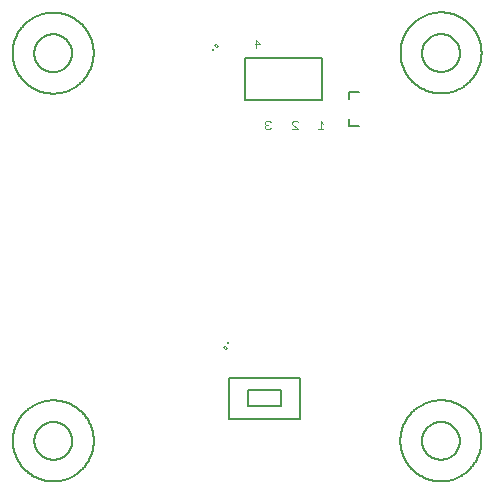
<source format=gbo>
G75*
%MOIN*%
%OFA0B0*%
%FSLAX25Y25*%
%IPPOS*%
%LPD*%
%AMOC8*
5,1,8,0,0,1.08239X$1,22.5*
%
%ADD10C,0.00800*%
%ADD11C,0.00400*%
%ADD12C,0.00600*%
%ADD13C,0.00250*%
%ADD14C,0.00984*%
D10*
X0062526Y0070165D02*
X0062528Y0070323D01*
X0062534Y0070481D01*
X0062544Y0070639D01*
X0062558Y0070797D01*
X0062576Y0070954D01*
X0062597Y0071111D01*
X0062623Y0071267D01*
X0062653Y0071423D01*
X0062686Y0071578D01*
X0062724Y0071731D01*
X0062765Y0071884D01*
X0062810Y0072036D01*
X0062859Y0072187D01*
X0062912Y0072336D01*
X0062968Y0072484D01*
X0063028Y0072630D01*
X0063092Y0072775D01*
X0063160Y0072918D01*
X0063231Y0073060D01*
X0063305Y0073200D01*
X0063383Y0073337D01*
X0063465Y0073473D01*
X0063549Y0073607D01*
X0063638Y0073738D01*
X0063729Y0073867D01*
X0063824Y0073994D01*
X0063921Y0074119D01*
X0064022Y0074241D01*
X0064126Y0074360D01*
X0064233Y0074477D01*
X0064343Y0074591D01*
X0064456Y0074702D01*
X0064571Y0074811D01*
X0064689Y0074916D01*
X0064810Y0075018D01*
X0064933Y0075118D01*
X0065059Y0075214D01*
X0065187Y0075307D01*
X0065317Y0075397D01*
X0065450Y0075483D01*
X0065585Y0075567D01*
X0065721Y0075646D01*
X0065860Y0075723D01*
X0066001Y0075795D01*
X0066143Y0075865D01*
X0066287Y0075930D01*
X0066433Y0075992D01*
X0066580Y0076050D01*
X0066729Y0076105D01*
X0066879Y0076156D01*
X0067030Y0076203D01*
X0067182Y0076246D01*
X0067335Y0076285D01*
X0067490Y0076321D01*
X0067645Y0076352D01*
X0067801Y0076380D01*
X0067957Y0076404D01*
X0068114Y0076424D01*
X0068272Y0076440D01*
X0068429Y0076452D01*
X0068588Y0076460D01*
X0068746Y0076464D01*
X0068904Y0076464D01*
X0069062Y0076460D01*
X0069221Y0076452D01*
X0069378Y0076440D01*
X0069536Y0076424D01*
X0069693Y0076404D01*
X0069849Y0076380D01*
X0070005Y0076352D01*
X0070160Y0076321D01*
X0070315Y0076285D01*
X0070468Y0076246D01*
X0070620Y0076203D01*
X0070771Y0076156D01*
X0070921Y0076105D01*
X0071070Y0076050D01*
X0071217Y0075992D01*
X0071363Y0075930D01*
X0071507Y0075865D01*
X0071649Y0075795D01*
X0071790Y0075723D01*
X0071929Y0075646D01*
X0072065Y0075567D01*
X0072200Y0075483D01*
X0072333Y0075397D01*
X0072463Y0075307D01*
X0072591Y0075214D01*
X0072717Y0075118D01*
X0072840Y0075018D01*
X0072961Y0074916D01*
X0073079Y0074811D01*
X0073194Y0074702D01*
X0073307Y0074591D01*
X0073417Y0074477D01*
X0073524Y0074360D01*
X0073628Y0074241D01*
X0073729Y0074119D01*
X0073826Y0073994D01*
X0073921Y0073867D01*
X0074012Y0073738D01*
X0074101Y0073607D01*
X0074185Y0073473D01*
X0074267Y0073337D01*
X0074345Y0073200D01*
X0074419Y0073060D01*
X0074490Y0072918D01*
X0074558Y0072775D01*
X0074622Y0072630D01*
X0074682Y0072484D01*
X0074738Y0072336D01*
X0074791Y0072187D01*
X0074840Y0072036D01*
X0074885Y0071884D01*
X0074926Y0071731D01*
X0074964Y0071578D01*
X0074997Y0071423D01*
X0075027Y0071267D01*
X0075053Y0071111D01*
X0075074Y0070954D01*
X0075092Y0070797D01*
X0075106Y0070639D01*
X0075116Y0070481D01*
X0075122Y0070323D01*
X0075124Y0070165D01*
X0075122Y0070007D01*
X0075116Y0069849D01*
X0075106Y0069691D01*
X0075092Y0069533D01*
X0075074Y0069376D01*
X0075053Y0069219D01*
X0075027Y0069063D01*
X0074997Y0068907D01*
X0074964Y0068752D01*
X0074926Y0068599D01*
X0074885Y0068446D01*
X0074840Y0068294D01*
X0074791Y0068143D01*
X0074738Y0067994D01*
X0074682Y0067846D01*
X0074622Y0067700D01*
X0074558Y0067555D01*
X0074490Y0067412D01*
X0074419Y0067270D01*
X0074345Y0067130D01*
X0074267Y0066993D01*
X0074185Y0066857D01*
X0074101Y0066723D01*
X0074012Y0066592D01*
X0073921Y0066463D01*
X0073826Y0066336D01*
X0073729Y0066211D01*
X0073628Y0066089D01*
X0073524Y0065970D01*
X0073417Y0065853D01*
X0073307Y0065739D01*
X0073194Y0065628D01*
X0073079Y0065519D01*
X0072961Y0065414D01*
X0072840Y0065312D01*
X0072717Y0065212D01*
X0072591Y0065116D01*
X0072463Y0065023D01*
X0072333Y0064933D01*
X0072200Y0064847D01*
X0072065Y0064763D01*
X0071929Y0064684D01*
X0071790Y0064607D01*
X0071649Y0064535D01*
X0071507Y0064465D01*
X0071363Y0064400D01*
X0071217Y0064338D01*
X0071070Y0064280D01*
X0070921Y0064225D01*
X0070771Y0064174D01*
X0070620Y0064127D01*
X0070468Y0064084D01*
X0070315Y0064045D01*
X0070160Y0064009D01*
X0070005Y0063978D01*
X0069849Y0063950D01*
X0069693Y0063926D01*
X0069536Y0063906D01*
X0069378Y0063890D01*
X0069221Y0063878D01*
X0069062Y0063870D01*
X0068904Y0063866D01*
X0068746Y0063866D01*
X0068588Y0063870D01*
X0068429Y0063878D01*
X0068272Y0063890D01*
X0068114Y0063906D01*
X0067957Y0063926D01*
X0067801Y0063950D01*
X0067645Y0063978D01*
X0067490Y0064009D01*
X0067335Y0064045D01*
X0067182Y0064084D01*
X0067030Y0064127D01*
X0066879Y0064174D01*
X0066729Y0064225D01*
X0066580Y0064280D01*
X0066433Y0064338D01*
X0066287Y0064400D01*
X0066143Y0064465D01*
X0066001Y0064535D01*
X0065860Y0064607D01*
X0065721Y0064684D01*
X0065585Y0064763D01*
X0065450Y0064847D01*
X0065317Y0064933D01*
X0065187Y0065023D01*
X0065059Y0065116D01*
X0064933Y0065212D01*
X0064810Y0065312D01*
X0064689Y0065414D01*
X0064571Y0065519D01*
X0064456Y0065628D01*
X0064343Y0065739D01*
X0064233Y0065853D01*
X0064126Y0065970D01*
X0064022Y0066089D01*
X0063921Y0066211D01*
X0063824Y0066336D01*
X0063729Y0066463D01*
X0063638Y0066592D01*
X0063549Y0066723D01*
X0063465Y0066857D01*
X0063383Y0066993D01*
X0063305Y0067130D01*
X0063231Y0067270D01*
X0063160Y0067412D01*
X0063092Y0067555D01*
X0063028Y0067700D01*
X0062968Y0067846D01*
X0062912Y0067994D01*
X0062859Y0068143D01*
X0062810Y0068294D01*
X0062765Y0068446D01*
X0062724Y0068599D01*
X0062686Y0068752D01*
X0062653Y0068907D01*
X0062623Y0069063D01*
X0062597Y0069219D01*
X0062576Y0069376D01*
X0062558Y0069533D01*
X0062544Y0069691D01*
X0062534Y0069849D01*
X0062528Y0070007D01*
X0062526Y0070165D01*
X0127439Y0077435D02*
X0151061Y0077435D01*
X0151061Y0091215D01*
X0127439Y0091215D01*
X0127439Y0077435D01*
X0133640Y0081628D02*
X0133640Y0087022D01*
X0144860Y0087022D01*
X0144860Y0081628D01*
X0133640Y0081628D01*
X0191701Y0070180D02*
X0191703Y0070338D01*
X0191709Y0070496D01*
X0191719Y0070654D01*
X0191733Y0070812D01*
X0191751Y0070969D01*
X0191772Y0071126D01*
X0191798Y0071282D01*
X0191828Y0071438D01*
X0191861Y0071593D01*
X0191899Y0071746D01*
X0191940Y0071899D01*
X0191985Y0072051D01*
X0192034Y0072202D01*
X0192087Y0072351D01*
X0192143Y0072499D01*
X0192203Y0072645D01*
X0192267Y0072790D01*
X0192335Y0072933D01*
X0192406Y0073075D01*
X0192480Y0073215D01*
X0192558Y0073352D01*
X0192640Y0073488D01*
X0192724Y0073622D01*
X0192813Y0073753D01*
X0192904Y0073882D01*
X0192999Y0074009D01*
X0193096Y0074134D01*
X0193197Y0074256D01*
X0193301Y0074375D01*
X0193408Y0074492D01*
X0193518Y0074606D01*
X0193631Y0074717D01*
X0193746Y0074826D01*
X0193864Y0074931D01*
X0193985Y0075033D01*
X0194108Y0075133D01*
X0194234Y0075229D01*
X0194362Y0075322D01*
X0194492Y0075412D01*
X0194625Y0075498D01*
X0194760Y0075582D01*
X0194896Y0075661D01*
X0195035Y0075738D01*
X0195176Y0075810D01*
X0195318Y0075880D01*
X0195462Y0075945D01*
X0195608Y0076007D01*
X0195755Y0076065D01*
X0195904Y0076120D01*
X0196054Y0076171D01*
X0196205Y0076218D01*
X0196357Y0076261D01*
X0196510Y0076300D01*
X0196665Y0076336D01*
X0196820Y0076367D01*
X0196976Y0076395D01*
X0197132Y0076419D01*
X0197289Y0076439D01*
X0197447Y0076455D01*
X0197604Y0076467D01*
X0197763Y0076475D01*
X0197921Y0076479D01*
X0198079Y0076479D01*
X0198237Y0076475D01*
X0198396Y0076467D01*
X0198553Y0076455D01*
X0198711Y0076439D01*
X0198868Y0076419D01*
X0199024Y0076395D01*
X0199180Y0076367D01*
X0199335Y0076336D01*
X0199490Y0076300D01*
X0199643Y0076261D01*
X0199795Y0076218D01*
X0199946Y0076171D01*
X0200096Y0076120D01*
X0200245Y0076065D01*
X0200392Y0076007D01*
X0200538Y0075945D01*
X0200682Y0075880D01*
X0200824Y0075810D01*
X0200965Y0075738D01*
X0201104Y0075661D01*
X0201240Y0075582D01*
X0201375Y0075498D01*
X0201508Y0075412D01*
X0201638Y0075322D01*
X0201766Y0075229D01*
X0201892Y0075133D01*
X0202015Y0075033D01*
X0202136Y0074931D01*
X0202254Y0074826D01*
X0202369Y0074717D01*
X0202482Y0074606D01*
X0202592Y0074492D01*
X0202699Y0074375D01*
X0202803Y0074256D01*
X0202904Y0074134D01*
X0203001Y0074009D01*
X0203096Y0073882D01*
X0203187Y0073753D01*
X0203276Y0073622D01*
X0203360Y0073488D01*
X0203442Y0073352D01*
X0203520Y0073215D01*
X0203594Y0073075D01*
X0203665Y0072933D01*
X0203733Y0072790D01*
X0203797Y0072645D01*
X0203857Y0072499D01*
X0203913Y0072351D01*
X0203966Y0072202D01*
X0204015Y0072051D01*
X0204060Y0071899D01*
X0204101Y0071746D01*
X0204139Y0071593D01*
X0204172Y0071438D01*
X0204202Y0071282D01*
X0204228Y0071126D01*
X0204249Y0070969D01*
X0204267Y0070812D01*
X0204281Y0070654D01*
X0204291Y0070496D01*
X0204297Y0070338D01*
X0204299Y0070180D01*
X0204297Y0070022D01*
X0204291Y0069864D01*
X0204281Y0069706D01*
X0204267Y0069548D01*
X0204249Y0069391D01*
X0204228Y0069234D01*
X0204202Y0069078D01*
X0204172Y0068922D01*
X0204139Y0068767D01*
X0204101Y0068614D01*
X0204060Y0068461D01*
X0204015Y0068309D01*
X0203966Y0068158D01*
X0203913Y0068009D01*
X0203857Y0067861D01*
X0203797Y0067715D01*
X0203733Y0067570D01*
X0203665Y0067427D01*
X0203594Y0067285D01*
X0203520Y0067145D01*
X0203442Y0067008D01*
X0203360Y0066872D01*
X0203276Y0066738D01*
X0203187Y0066607D01*
X0203096Y0066478D01*
X0203001Y0066351D01*
X0202904Y0066226D01*
X0202803Y0066104D01*
X0202699Y0065985D01*
X0202592Y0065868D01*
X0202482Y0065754D01*
X0202369Y0065643D01*
X0202254Y0065534D01*
X0202136Y0065429D01*
X0202015Y0065327D01*
X0201892Y0065227D01*
X0201766Y0065131D01*
X0201638Y0065038D01*
X0201508Y0064948D01*
X0201375Y0064862D01*
X0201240Y0064778D01*
X0201104Y0064699D01*
X0200965Y0064622D01*
X0200824Y0064550D01*
X0200682Y0064480D01*
X0200538Y0064415D01*
X0200392Y0064353D01*
X0200245Y0064295D01*
X0200096Y0064240D01*
X0199946Y0064189D01*
X0199795Y0064142D01*
X0199643Y0064099D01*
X0199490Y0064060D01*
X0199335Y0064024D01*
X0199180Y0063993D01*
X0199024Y0063965D01*
X0198868Y0063941D01*
X0198711Y0063921D01*
X0198553Y0063905D01*
X0198396Y0063893D01*
X0198237Y0063885D01*
X0198079Y0063881D01*
X0197921Y0063881D01*
X0197763Y0063885D01*
X0197604Y0063893D01*
X0197447Y0063905D01*
X0197289Y0063921D01*
X0197132Y0063941D01*
X0196976Y0063965D01*
X0196820Y0063993D01*
X0196665Y0064024D01*
X0196510Y0064060D01*
X0196357Y0064099D01*
X0196205Y0064142D01*
X0196054Y0064189D01*
X0195904Y0064240D01*
X0195755Y0064295D01*
X0195608Y0064353D01*
X0195462Y0064415D01*
X0195318Y0064480D01*
X0195176Y0064550D01*
X0195035Y0064622D01*
X0194896Y0064699D01*
X0194760Y0064778D01*
X0194625Y0064862D01*
X0194492Y0064948D01*
X0194362Y0065038D01*
X0194234Y0065131D01*
X0194108Y0065227D01*
X0193985Y0065327D01*
X0193864Y0065429D01*
X0193746Y0065534D01*
X0193631Y0065643D01*
X0193518Y0065754D01*
X0193408Y0065868D01*
X0193301Y0065985D01*
X0193197Y0066104D01*
X0193096Y0066226D01*
X0192999Y0066351D01*
X0192904Y0066478D01*
X0192813Y0066607D01*
X0192724Y0066738D01*
X0192640Y0066872D01*
X0192558Y0067008D01*
X0192480Y0067145D01*
X0192406Y0067285D01*
X0192335Y0067427D01*
X0192267Y0067570D01*
X0192203Y0067715D01*
X0192143Y0067861D01*
X0192087Y0068009D01*
X0192034Y0068158D01*
X0191985Y0068309D01*
X0191940Y0068461D01*
X0191899Y0068614D01*
X0191861Y0068767D01*
X0191828Y0068922D01*
X0191798Y0069078D01*
X0191772Y0069234D01*
X0191751Y0069391D01*
X0191733Y0069548D01*
X0191719Y0069706D01*
X0191709Y0069864D01*
X0191703Y0070022D01*
X0191701Y0070180D01*
X0158400Y0183825D02*
X0132600Y0183825D01*
X0132600Y0197825D01*
X0158400Y0197825D01*
X0158400Y0183825D01*
X0191766Y0199480D02*
X0191768Y0199638D01*
X0191774Y0199796D01*
X0191784Y0199954D01*
X0191798Y0200112D01*
X0191816Y0200269D01*
X0191837Y0200426D01*
X0191863Y0200582D01*
X0191893Y0200738D01*
X0191926Y0200893D01*
X0191964Y0201046D01*
X0192005Y0201199D01*
X0192050Y0201351D01*
X0192099Y0201502D01*
X0192152Y0201651D01*
X0192208Y0201799D01*
X0192268Y0201945D01*
X0192332Y0202090D01*
X0192400Y0202233D01*
X0192471Y0202375D01*
X0192545Y0202515D01*
X0192623Y0202652D01*
X0192705Y0202788D01*
X0192789Y0202922D01*
X0192878Y0203053D01*
X0192969Y0203182D01*
X0193064Y0203309D01*
X0193161Y0203434D01*
X0193262Y0203556D01*
X0193366Y0203675D01*
X0193473Y0203792D01*
X0193583Y0203906D01*
X0193696Y0204017D01*
X0193811Y0204126D01*
X0193929Y0204231D01*
X0194050Y0204333D01*
X0194173Y0204433D01*
X0194299Y0204529D01*
X0194427Y0204622D01*
X0194557Y0204712D01*
X0194690Y0204798D01*
X0194825Y0204882D01*
X0194961Y0204961D01*
X0195100Y0205038D01*
X0195241Y0205110D01*
X0195383Y0205180D01*
X0195527Y0205245D01*
X0195673Y0205307D01*
X0195820Y0205365D01*
X0195969Y0205420D01*
X0196119Y0205471D01*
X0196270Y0205518D01*
X0196422Y0205561D01*
X0196575Y0205600D01*
X0196730Y0205636D01*
X0196885Y0205667D01*
X0197041Y0205695D01*
X0197197Y0205719D01*
X0197354Y0205739D01*
X0197512Y0205755D01*
X0197669Y0205767D01*
X0197828Y0205775D01*
X0197986Y0205779D01*
X0198144Y0205779D01*
X0198302Y0205775D01*
X0198461Y0205767D01*
X0198618Y0205755D01*
X0198776Y0205739D01*
X0198933Y0205719D01*
X0199089Y0205695D01*
X0199245Y0205667D01*
X0199400Y0205636D01*
X0199555Y0205600D01*
X0199708Y0205561D01*
X0199860Y0205518D01*
X0200011Y0205471D01*
X0200161Y0205420D01*
X0200310Y0205365D01*
X0200457Y0205307D01*
X0200603Y0205245D01*
X0200747Y0205180D01*
X0200889Y0205110D01*
X0201030Y0205038D01*
X0201169Y0204961D01*
X0201305Y0204882D01*
X0201440Y0204798D01*
X0201573Y0204712D01*
X0201703Y0204622D01*
X0201831Y0204529D01*
X0201957Y0204433D01*
X0202080Y0204333D01*
X0202201Y0204231D01*
X0202319Y0204126D01*
X0202434Y0204017D01*
X0202547Y0203906D01*
X0202657Y0203792D01*
X0202764Y0203675D01*
X0202868Y0203556D01*
X0202969Y0203434D01*
X0203066Y0203309D01*
X0203161Y0203182D01*
X0203252Y0203053D01*
X0203341Y0202922D01*
X0203425Y0202788D01*
X0203507Y0202652D01*
X0203585Y0202515D01*
X0203659Y0202375D01*
X0203730Y0202233D01*
X0203798Y0202090D01*
X0203862Y0201945D01*
X0203922Y0201799D01*
X0203978Y0201651D01*
X0204031Y0201502D01*
X0204080Y0201351D01*
X0204125Y0201199D01*
X0204166Y0201046D01*
X0204204Y0200893D01*
X0204237Y0200738D01*
X0204267Y0200582D01*
X0204293Y0200426D01*
X0204314Y0200269D01*
X0204332Y0200112D01*
X0204346Y0199954D01*
X0204356Y0199796D01*
X0204362Y0199638D01*
X0204364Y0199480D01*
X0204362Y0199322D01*
X0204356Y0199164D01*
X0204346Y0199006D01*
X0204332Y0198848D01*
X0204314Y0198691D01*
X0204293Y0198534D01*
X0204267Y0198378D01*
X0204237Y0198222D01*
X0204204Y0198067D01*
X0204166Y0197914D01*
X0204125Y0197761D01*
X0204080Y0197609D01*
X0204031Y0197458D01*
X0203978Y0197309D01*
X0203922Y0197161D01*
X0203862Y0197015D01*
X0203798Y0196870D01*
X0203730Y0196727D01*
X0203659Y0196585D01*
X0203585Y0196445D01*
X0203507Y0196308D01*
X0203425Y0196172D01*
X0203341Y0196038D01*
X0203252Y0195907D01*
X0203161Y0195778D01*
X0203066Y0195651D01*
X0202969Y0195526D01*
X0202868Y0195404D01*
X0202764Y0195285D01*
X0202657Y0195168D01*
X0202547Y0195054D01*
X0202434Y0194943D01*
X0202319Y0194834D01*
X0202201Y0194729D01*
X0202080Y0194627D01*
X0201957Y0194527D01*
X0201831Y0194431D01*
X0201703Y0194338D01*
X0201573Y0194248D01*
X0201440Y0194162D01*
X0201305Y0194078D01*
X0201169Y0193999D01*
X0201030Y0193922D01*
X0200889Y0193850D01*
X0200747Y0193780D01*
X0200603Y0193715D01*
X0200457Y0193653D01*
X0200310Y0193595D01*
X0200161Y0193540D01*
X0200011Y0193489D01*
X0199860Y0193442D01*
X0199708Y0193399D01*
X0199555Y0193360D01*
X0199400Y0193324D01*
X0199245Y0193293D01*
X0199089Y0193265D01*
X0198933Y0193241D01*
X0198776Y0193221D01*
X0198618Y0193205D01*
X0198461Y0193193D01*
X0198302Y0193185D01*
X0198144Y0193181D01*
X0197986Y0193181D01*
X0197828Y0193185D01*
X0197669Y0193193D01*
X0197512Y0193205D01*
X0197354Y0193221D01*
X0197197Y0193241D01*
X0197041Y0193265D01*
X0196885Y0193293D01*
X0196730Y0193324D01*
X0196575Y0193360D01*
X0196422Y0193399D01*
X0196270Y0193442D01*
X0196119Y0193489D01*
X0195969Y0193540D01*
X0195820Y0193595D01*
X0195673Y0193653D01*
X0195527Y0193715D01*
X0195383Y0193780D01*
X0195241Y0193850D01*
X0195100Y0193922D01*
X0194961Y0193999D01*
X0194825Y0194078D01*
X0194690Y0194162D01*
X0194557Y0194248D01*
X0194427Y0194338D01*
X0194299Y0194431D01*
X0194173Y0194527D01*
X0194050Y0194627D01*
X0193929Y0194729D01*
X0193811Y0194834D01*
X0193696Y0194943D01*
X0193583Y0195054D01*
X0193473Y0195168D01*
X0193366Y0195285D01*
X0193262Y0195404D01*
X0193161Y0195526D01*
X0193064Y0195651D01*
X0192969Y0195778D01*
X0192878Y0195907D01*
X0192789Y0196038D01*
X0192705Y0196172D01*
X0192623Y0196308D01*
X0192545Y0196445D01*
X0192471Y0196585D01*
X0192400Y0196727D01*
X0192332Y0196870D01*
X0192268Y0197015D01*
X0192208Y0197161D01*
X0192152Y0197309D01*
X0192099Y0197458D01*
X0192050Y0197609D01*
X0192005Y0197761D01*
X0191964Y0197914D01*
X0191926Y0198067D01*
X0191893Y0198222D01*
X0191863Y0198378D01*
X0191837Y0198534D01*
X0191816Y0198691D01*
X0191798Y0198848D01*
X0191784Y0199006D01*
X0191774Y0199164D01*
X0191768Y0199322D01*
X0191766Y0199480D01*
X0062486Y0199410D02*
X0062488Y0199568D01*
X0062494Y0199726D01*
X0062504Y0199884D01*
X0062518Y0200042D01*
X0062536Y0200199D01*
X0062557Y0200356D01*
X0062583Y0200512D01*
X0062613Y0200668D01*
X0062646Y0200823D01*
X0062684Y0200976D01*
X0062725Y0201129D01*
X0062770Y0201281D01*
X0062819Y0201432D01*
X0062872Y0201581D01*
X0062928Y0201729D01*
X0062988Y0201875D01*
X0063052Y0202020D01*
X0063120Y0202163D01*
X0063191Y0202305D01*
X0063265Y0202445D01*
X0063343Y0202582D01*
X0063425Y0202718D01*
X0063509Y0202852D01*
X0063598Y0202983D01*
X0063689Y0203112D01*
X0063784Y0203239D01*
X0063881Y0203364D01*
X0063982Y0203486D01*
X0064086Y0203605D01*
X0064193Y0203722D01*
X0064303Y0203836D01*
X0064416Y0203947D01*
X0064531Y0204056D01*
X0064649Y0204161D01*
X0064770Y0204263D01*
X0064893Y0204363D01*
X0065019Y0204459D01*
X0065147Y0204552D01*
X0065277Y0204642D01*
X0065410Y0204728D01*
X0065545Y0204812D01*
X0065681Y0204891D01*
X0065820Y0204968D01*
X0065961Y0205040D01*
X0066103Y0205110D01*
X0066247Y0205175D01*
X0066393Y0205237D01*
X0066540Y0205295D01*
X0066689Y0205350D01*
X0066839Y0205401D01*
X0066990Y0205448D01*
X0067142Y0205491D01*
X0067295Y0205530D01*
X0067450Y0205566D01*
X0067605Y0205597D01*
X0067761Y0205625D01*
X0067917Y0205649D01*
X0068074Y0205669D01*
X0068232Y0205685D01*
X0068389Y0205697D01*
X0068548Y0205705D01*
X0068706Y0205709D01*
X0068864Y0205709D01*
X0069022Y0205705D01*
X0069181Y0205697D01*
X0069338Y0205685D01*
X0069496Y0205669D01*
X0069653Y0205649D01*
X0069809Y0205625D01*
X0069965Y0205597D01*
X0070120Y0205566D01*
X0070275Y0205530D01*
X0070428Y0205491D01*
X0070580Y0205448D01*
X0070731Y0205401D01*
X0070881Y0205350D01*
X0071030Y0205295D01*
X0071177Y0205237D01*
X0071323Y0205175D01*
X0071467Y0205110D01*
X0071609Y0205040D01*
X0071750Y0204968D01*
X0071889Y0204891D01*
X0072025Y0204812D01*
X0072160Y0204728D01*
X0072293Y0204642D01*
X0072423Y0204552D01*
X0072551Y0204459D01*
X0072677Y0204363D01*
X0072800Y0204263D01*
X0072921Y0204161D01*
X0073039Y0204056D01*
X0073154Y0203947D01*
X0073267Y0203836D01*
X0073377Y0203722D01*
X0073484Y0203605D01*
X0073588Y0203486D01*
X0073689Y0203364D01*
X0073786Y0203239D01*
X0073881Y0203112D01*
X0073972Y0202983D01*
X0074061Y0202852D01*
X0074145Y0202718D01*
X0074227Y0202582D01*
X0074305Y0202445D01*
X0074379Y0202305D01*
X0074450Y0202163D01*
X0074518Y0202020D01*
X0074582Y0201875D01*
X0074642Y0201729D01*
X0074698Y0201581D01*
X0074751Y0201432D01*
X0074800Y0201281D01*
X0074845Y0201129D01*
X0074886Y0200976D01*
X0074924Y0200823D01*
X0074957Y0200668D01*
X0074987Y0200512D01*
X0075013Y0200356D01*
X0075034Y0200199D01*
X0075052Y0200042D01*
X0075066Y0199884D01*
X0075076Y0199726D01*
X0075082Y0199568D01*
X0075084Y0199410D01*
X0075082Y0199252D01*
X0075076Y0199094D01*
X0075066Y0198936D01*
X0075052Y0198778D01*
X0075034Y0198621D01*
X0075013Y0198464D01*
X0074987Y0198308D01*
X0074957Y0198152D01*
X0074924Y0197997D01*
X0074886Y0197844D01*
X0074845Y0197691D01*
X0074800Y0197539D01*
X0074751Y0197388D01*
X0074698Y0197239D01*
X0074642Y0197091D01*
X0074582Y0196945D01*
X0074518Y0196800D01*
X0074450Y0196657D01*
X0074379Y0196515D01*
X0074305Y0196375D01*
X0074227Y0196238D01*
X0074145Y0196102D01*
X0074061Y0195968D01*
X0073972Y0195837D01*
X0073881Y0195708D01*
X0073786Y0195581D01*
X0073689Y0195456D01*
X0073588Y0195334D01*
X0073484Y0195215D01*
X0073377Y0195098D01*
X0073267Y0194984D01*
X0073154Y0194873D01*
X0073039Y0194764D01*
X0072921Y0194659D01*
X0072800Y0194557D01*
X0072677Y0194457D01*
X0072551Y0194361D01*
X0072423Y0194268D01*
X0072293Y0194178D01*
X0072160Y0194092D01*
X0072025Y0194008D01*
X0071889Y0193929D01*
X0071750Y0193852D01*
X0071609Y0193780D01*
X0071467Y0193710D01*
X0071323Y0193645D01*
X0071177Y0193583D01*
X0071030Y0193525D01*
X0070881Y0193470D01*
X0070731Y0193419D01*
X0070580Y0193372D01*
X0070428Y0193329D01*
X0070275Y0193290D01*
X0070120Y0193254D01*
X0069965Y0193223D01*
X0069809Y0193195D01*
X0069653Y0193171D01*
X0069496Y0193151D01*
X0069338Y0193135D01*
X0069181Y0193123D01*
X0069022Y0193115D01*
X0068864Y0193111D01*
X0068706Y0193111D01*
X0068548Y0193115D01*
X0068389Y0193123D01*
X0068232Y0193135D01*
X0068074Y0193151D01*
X0067917Y0193171D01*
X0067761Y0193195D01*
X0067605Y0193223D01*
X0067450Y0193254D01*
X0067295Y0193290D01*
X0067142Y0193329D01*
X0066990Y0193372D01*
X0066839Y0193419D01*
X0066689Y0193470D01*
X0066540Y0193525D01*
X0066393Y0193583D01*
X0066247Y0193645D01*
X0066103Y0193710D01*
X0065961Y0193780D01*
X0065820Y0193852D01*
X0065681Y0193929D01*
X0065545Y0194008D01*
X0065410Y0194092D01*
X0065277Y0194178D01*
X0065147Y0194268D01*
X0065019Y0194361D01*
X0064893Y0194457D01*
X0064770Y0194557D01*
X0064649Y0194659D01*
X0064531Y0194764D01*
X0064416Y0194873D01*
X0064303Y0194984D01*
X0064193Y0195098D01*
X0064086Y0195215D01*
X0063982Y0195334D01*
X0063881Y0195456D01*
X0063784Y0195581D01*
X0063689Y0195708D01*
X0063598Y0195837D01*
X0063509Y0195968D01*
X0063425Y0196102D01*
X0063343Y0196238D01*
X0063265Y0196375D01*
X0063191Y0196515D01*
X0063120Y0196657D01*
X0063052Y0196800D01*
X0062988Y0196945D01*
X0062928Y0197091D01*
X0062872Y0197239D01*
X0062819Y0197388D01*
X0062770Y0197539D01*
X0062725Y0197691D01*
X0062684Y0197844D01*
X0062646Y0197997D01*
X0062613Y0198152D01*
X0062583Y0198308D01*
X0062557Y0198464D01*
X0062536Y0198621D01*
X0062518Y0198778D01*
X0062504Y0198936D01*
X0062494Y0199094D01*
X0062488Y0199252D01*
X0062486Y0199410D01*
D11*
X0135932Y0202426D02*
X0137800Y0202426D01*
X0136399Y0203827D01*
X0136399Y0201025D01*
X0139880Y0176827D02*
X0139413Y0176360D01*
X0139413Y0175893D01*
X0139880Y0175426D01*
X0139413Y0174959D01*
X0139413Y0174492D01*
X0139880Y0174025D01*
X0140814Y0174025D01*
X0141281Y0174492D01*
X0140347Y0175426D02*
X0139880Y0175426D01*
X0139880Y0176827D02*
X0140814Y0176827D01*
X0141281Y0176360D01*
X0148513Y0176323D02*
X0148980Y0176790D01*
X0149914Y0176790D01*
X0150381Y0176323D01*
X0148513Y0176323D02*
X0148513Y0175856D01*
X0150381Y0173988D01*
X0148513Y0173988D01*
X0157025Y0174025D02*
X0158893Y0174025D01*
X0157959Y0174025D02*
X0157959Y0176827D01*
X0158893Y0175893D01*
D12*
X0167400Y0175225D02*
X0167400Y0177425D01*
X0167400Y0175225D02*
X0170600Y0175225D01*
X0167400Y0184225D02*
X0167400Y0186425D01*
X0170600Y0186425D01*
X0184565Y0199480D02*
X0184569Y0199811D01*
X0184581Y0200142D01*
X0184602Y0200473D01*
X0184630Y0200803D01*
X0184667Y0201133D01*
X0184711Y0201461D01*
X0184764Y0201788D01*
X0184824Y0202114D01*
X0184893Y0202438D01*
X0184970Y0202760D01*
X0185054Y0203081D01*
X0185146Y0203399D01*
X0185246Y0203715D01*
X0185354Y0204028D01*
X0185470Y0204339D01*
X0185593Y0204646D01*
X0185723Y0204951D01*
X0185861Y0205252D01*
X0186006Y0205550D01*
X0186159Y0205844D01*
X0186319Y0206134D01*
X0186486Y0206420D01*
X0186659Y0206702D01*
X0186840Y0206980D01*
X0187028Y0207253D01*
X0187222Y0207522D01*
X0187422Y0207786D01*
X0187629Y0208044D01*
X0187843Y0208298D01*
X0188062Y0208546D01*
X0188288Y0208789D01*
X0188519Y0209026D01*
X0188756Y0209257D01*
X0188999Y0209483D01*
X0189247Y0209702D01*
X0189501Y0209916D01*
X0189759Y0210123D01*
X0190023Y0210323D01*
X0190292Y0210517D01*
X0190565Y0210705D01*
X0190843Y0210886D01*
X0191125Y0211059D01*
X0191411Y0211226D01*
X0191701Y0211386D01*
X0191995Y0211539D01*
X0192293Y0211684D01*
X0192594Y0211822D01*
X0192899Y0211952D01*
X0193206Y0212075D01*
X0193517Y0212191D01*
X0193830Y0212299D01*
X0194146Y0212399D01*
X0194464Y0212491D01*
X0194785Y0212575D01*
X0195107Y0212652D01*
X0195431Y0212721D01*
X0195757Y0212781D01*
X0196084Y0212834D01*
X0196412Y0212878D01*
X0196742Y0212915D01*
X0197072Y0212943D01*
X0197403Y0212964D01*
X0197734Y0212976D01*
X0198065Y0212980D01*
X0198396Y0212976D01*
X0198727Y0212964D01*
X0199058Y0212943D01*
X0199388Y0212915D01*
X0199718Y0212878D01*
X0200046Y0212834D01*
X0200373Y0212781D01*
X0200699Y0212721D01*
X0201023Y0212652D01*
X0201345Y0212575D01*
X0201666Y0212491D01*
X0201984Y0212399D01*
X0202300Y0212299D01*
X0202613Y0212191D01*
X0202924Y0212075D01*
X0203231Y0211952D01*
X0203536Y0211822D01*
X0203837Y0211684D01*
X0204135Y0211539D01*
X0204429Y0211386D01*
X0204719Y0211226D01*
X0205005Y0211059D01*
X0205287Y0210886D01*
X0205565Y0210705D01*
X0205838Y0210517D01*
X0206107Y0210323D01*
X0206371Y0210123D01*
X0206629Y0209916D01*
X0206883Y0209702D01*
X0207131Y0209483D01*
X0207374Y0209257D01*
X0207611Y0209026D01*
X0207842Y0208789D01*
X0208068Y0208546D01*
X0208287Y0208298D01*
X0208501Y0208044D01*
X0208708Y0207786D01*
X0208908Y0207522D01*
X0209102Y0207253D01*
X0209290Y0206980D01*
X0209471Y0206702D01*
X0209644Y0206420D01*
X0209811Y0206134D01*
X0209971Y0205844D01*
X0210124Y0205550D01*
X0210269Y0205252D01*
X0210407Y0204951D01*
X0210537Y0204646D01*
X0210660Y0204339D01*
X0210776Y0204028D01*
X0210884Y0203715D01*
X0210984Y0203399D01*
X0211076Y0203081D01*
X0211160Y0202760D01*
X0211237Y0202438D01*
X0211306Y0202114D01*
X0211366Y0201788D01*
X0211419Y0201461D01*
X0211463Y0201133D01*
X0211500Y0200803D01*
X0211528Y0200473D01*
X0211549Y0200142D01*
X0211561Y0199811D01*
X0211565Y0199480D01*
X0211561Y0199149D01*
X0211549Y0198818D01*
X0211528Y0198487D01*
X0211500Y0198157D01*
X0211463Y0197827D01*
X0211419Y0197499D01*
X0211366Y0197172D01*
X0211306Y0196846D01*
X0211237Y0196522D01*
X0211160Y0196200D01*
X0211076Y0195879D01*
X0210984Y0195561D01*
X0210884Y0195245D01*
X0210776Y0194932D01*
X0210660Y0194621D01*
X0210537Y0194314D01*
X0210407Y0194009D01*
X0210269Y0193708D01*
X0210124Y0193410D01*
X0209971Y0193116D01*
X0209811Y0192826D01*
X0209644Y0192540D01*
X0209471Y0192258D01*
X0209290Y0191980D01*
X0209102Y0191707D01*
X0208908Y0191438D01*
X0208708Y0191174D01*
X0208501Y0190916D01*
X0208287Y0190662D01*
X0208068Y0190414D01*
X0207842Y0190171D01*
X0207611Y0189934D01*
X0207374Y0189703D01*
X0207131Y0189477D01*
X0206883Y0189258D01*
X0206629Y0189044D01*
X0206371Y0188837D01*
X0206107Y0188637D01*
X0205838Y0188443D01*
X0205565Y0188255D01*
X0205287Y0188074D01*
X0205005Y0187901D01*
X0204719Y0187734D01*
X0204429Y0187574D01*
X0204135Y0187421D01*
X0203837Y0187276D01*
X0203536Y0187138D01*
X0203231Y0187008D01*
X0202924Y0186885D01*
X0202613Y0186769D01*
X0202300Y0186661D01*
X0201984Y0186561D01*
X0201666Y0186469D01*
X0201345Y0186385D01*
X0201023Y0186308D01*
X0200699Y0186239D01*
X0200373Y0186179D01*
X0200046Y0186126D01*
X0199718Y0186082D01*
X0199388Y0186045D01*
X0199058Y0186017D01*
X0198727Y0185996D01*
X0198396Y0185984D01*
X0198065Y0185980D01*
X0197734Y0185984D01*
X0197403Y0185996D01*
X0197072Y0186017D01*
X0196742Y0186045D01*
X0196412Y0186082D01*
X0196084Y0186126D01*
X0195757Y0186179D01*
X0195431Y0186239D01*
X0195107Y0186308D01*
X0194785Y0186385D01*
X0194464Y0186469D01*
X0194146Y0186561D01*
X0193830Y0186661D01*
X0193517Y0186769D01*
X0193206Y0186885D01*
X0192899Y0187008D01*
X0192594Y0187138D01*
X0192293Y0187276D01*
X0191995Y0187421D01*
X0191701Y0187574D01*
X0191411Y0187734D01*
X0191125Y0187901D01*
X0190843Y0188074D01*
X0190565Y0188255D01*
X0190292Y0188443D01*
X0190023Y0188637D01*
X0189759Y0188837D01*
X0189501Y0189044D01*
X0189247Y0189258D01*
X0188999Y0189477D01*
X0188756Y0189703D01*
X0188519Y0189934D01*
X0188288Y0190171D01*
X0188062Y0190414D01*
X0187843Y0190662D01*
X0187629Y0190916D01*
X0187422Y0191174D01*
X0187222Y0191438D01*
X0187028Y0191707D01*
X0186840Y0191980D01*
X0186659Y0192258D01*
X0186486Y0192540D01*
X0186319Y0192826D01*
X0186159Y0193116D01*
X0186006Y0193410D01*
X0185861Y0193708D01*
X0185723Y0194009D01*
X0185593Y0194314D01*
X0185470Y0194621D01*
X0185354Y0194932D01*
X0185246Y0195245D01*
X0185146Y0195561D01*
X0185054Y0195879D01*
X0184970Y0196200D01*
X0184893Y0196522D01*
X0184824Y0196846D01*
X0184764Y0197172D01*
X0184711Y0197499D01*
X0184667Y0197827D01*
X0184630Y0198157D01*
X0184602Y0198487D01*
X0184581Y0198818D01*
X0184569Y0199149D01*
X0184565Y0199480D01*
X0055285Y0199410D02*
X0055289Y0199741D01*
X0055301Y0200072D01*
X0055322Y0200403D01*
X0055350Y0200733D01*
X0055387Y0201063D01*
X0055431Y0201391D01*
X0055484Y0201718D01*
X0055544Y0202044D01*
X0055613Y0202368D01*
X0055690Y0202690D01*
X0055774Y0203011D01*
X0055866Y0203329D01*
X0055966Y0203645D01*
X0056074Y0203958D01*
X0056190Y0204269D01*
X0056313Y0204576D01*
X0056443Y0204881D01*
X0056581Y0205182D01*
X0056726Y0205480D01*
X0056879Y0205774D01*
X0057039Y0206064D01*
X0057206Y0206350D01*
X0057379Y0206632D01*
X0057560Y0206910D01*
X0057748Y0207183D01*
X0057942Y0207452D01*
X0058142Y0207716D01*
X0058349Y0207974D01*
X0058563Y0208228D01*
X0058782Y0208476D01*
X0059008Y0208719D01*
X0059239Y0208956D01*
X0059476Y0209187D01*
X0059719Y0209413D01*
X0059967Y0209632D01*
X0060221Y0209846D01*
X0060479Y0210053D01*
X0060743Y0210253D01*
X0061012Y0210447D01*
X0061285Y0210635D01*
X0061563Y0210816D01*
X0061845Y0210989D01*
X0062131Y0211156D01*
X0062421Y0211316D01*
X0062715Y0211469D01*
X0063013Y0211614D01*
X0063314Y0211752D01*
X0063619Y0211882D01*
X0063926Y0212005D01*
X0064237Y0212121D01*
X0064550Y0212229D01*
X0064866Y0212329D01*
X0065184Y0212421D01*
X0065505Y0212505D01*
X0065827Y0212582D01*
X0066151Y0212651D01*
X0066477Y0212711D01*
X0066804Y0212764D01*
X0067132Y0212808D01*
X0067462Y0212845D01*
X0067792Y0212873D01*
X0068123Y0212894D01*
X0068454Y0212906D01*
X0068785Y0212910D01*
X0069116Y0212906D01*
X0069447Y0212894D01*
X0069778Y0212873D01*
X0070108Y0212845D01*
X0070438Y0212808D01*
X0070766Y0212764D01*
X0071093Y0212711D01*
X0071419Y0212651D01*
X0071743Y0212582D01*
X0072065Y0212505D01*
X0072386Y0212421D01*
X0072704Y0212329D01*
X0073020Y0212229D01*
X0073333Y0212121D01*
X0073644Y0212005D01*
X0073951Y0211882D01*
X0074256Y0211752D01*
X0074557Y0211614D01*
X0074855Y0211469D01*
X0075149Y0211316D01*
X0075439Y0211156D01*
X0075725Y0210989D01*
X0076007Y0210816D01*
X0076285Y0210635D01*
X0076558Y0210447D01*
X0076827Y0210253D01*
X0077091Y0210053D01*
X0077349Y0209846D01*
X0077603Y0209632D01*
X0077851Y0209413D01*
X0078094Y0209187D01*
X0078331Y0208956D01*
X0078562Y0208719D01*
X0078788Y0208476D01*
X0079007Y0208228D01*
X0079221Y0207974D01*
X0079428Y0207716D01*
X0079628Y0207452D01*
X0079822Y0207183D01*
X0080010Y0206910D01*
X0080191Y0206632D01*
X0080364Y0206350D01*
X0080531Y0206064D01*
X0080691Y0205774D01*
X0080844Y0205480D01*
X0080989Y0205182D01*
X0081127Y0204881D01*
X0081257Y0204576D01*
X0081380Y0204269D01*
X0081496Y0203958D01*
X0081604Y0203645D01*
X0081704Y0203329D01*
X0081796Y0203011D01*
X0081880Y0202690D01*
X0081957Y0202368D01*
X0082026Y0202044D01*
X0082086Y0201718D01*
X0082139Y0201391D01*
X0082183Y0201063D01*
X0082220Y0200733D01*
X0082248Y0200403D01*
X0082269Y0200072D01*
X0082281Y0199741D01*
X0082285Y0199410D01*
X0082281Y0199079D01*
X0082269Y0198748D01*
X0082248Y0198417D01*
X0082220Y0198087D01*
X0082183Y0197757D01*
X0082139Y0197429D01*
X0082086Y0197102D01*
X0082026Y0196776D01*
X0081957Y0196452D01*
X0081880Y0196130D01*
X0081796Y0195809D01*
X0081704Y0195491D01*
X0081604Y0195175D01*
X0081496Y0194862D01*
X0081380Y0194551D01*
X0081257Y0194244D01*
X0081127Y0193939D01*
X0080989Y0193638D01*
X0080844Y0193340D01*
X0080691Y0193046D01*
X0080531Y0192756D01*
X0080364Y0192470D01*
X0080191Y0192188D01*
X0080010Y0191910D01*
X0079822Y0191637D01*
X0079628Y0191368D01*
X0079428Y0191104D01*
X0079221Y0190846D01*
X0079007Y0190592D01*
X0078788Y0190344D01*
X0078562Y0190101D01*
X0078331Y0189864D01*
X0078094Y0189633D01*
X0077851Y0189407D01*
X0077603Y0189188D01*
X0077349Y0188974D01*
X0077091Y0188767D01*
X0076827Y0188567D01*
X0076558Y0188373D01*
X0076285Y0188185D01*
X0076007Y0188004D01*
X0075725Y0187831D01*
X0075439Y0187664D01*
X0075149Y0187504D01*
X0074855Y0187351D01*
X0074557Y0187206D01*
X0074256Y0187068D01*
X0073951Y0186938D01*
X0073644Y0186815D01*
X0073333Y0186699D01*
X0073020Y0186591D01*
X0072704Y0186491D01*
X0072386Y0186399D01*
X0072065Y0186315D01*
X0071743Y0186238D01*
X0071419Y0186169D01*
X0071093Y0186109D01*
X0070766Y0186056D01*
X0070438Y0186012D01*
X0070108Y0185975D01*
X0069778Y0185947D01*
X0069447Y0185926D01*
X0069116Y0185914D01*
X0068785Y0185910D01*
X0068454Y0185914D01*
X0068123Y0185926D01*
X0067792Y0185947D01*
X0067462Y0185975D01*
X0067132Y0186012D01*
X0066804Y0186056D01*
X0066477Y0186109D01*
X0066151Y0186169D01*
X0065827Y0186238D01*
X0065505Y0186315D01*
X0065184Y0186399D01*
X0064866Y0186491D01*
X0064550Y0186591D01*
X0064237Y0186699D01*
X0063926Y0186815D01*
X0063619Y0186938D01*
X0063314Y0187068D01*
X0063013Y0187206D01*
X0062715Y0187351D01*
X0062421Y0187504D01*
X0062131Y0187664D01*
X0061845Y0187831D01*
X0061563Y0188004D01*
X0061285Y0188185D01*
X0061012Y0188373D01*
X0060743Y0188567D01*
X0060479Y0188767D01*
X0060221Y0188974D01*
X0059967Y0189188D01*
X0059719Y0189407D01*
X0059476Y0189633D01*
X0059239Y0189864D01*
X0059008Y0190101D01*
X0058782Y0190344D01*
X0058563Y0190592D01*
X0058349Y0190846D01*
X0058142Y0191104D01*
X0057942Y0191368D01*
X0057748Y0191637D01*
X0057560Y0191910D01*
X0057379Y0192188D01*
X0057206Y0192470D01*
X0057039Y0192756D01*
X0056879Y0193046D01*
X0056726Y0193340D01*
X0056581Y0193638D01*
X0056443Y0193939D01*
X0056313Y0194244D01*
X0056190Y0194551D01*
X0056074Y0194862D01*
X0055966Y0195175D01*
X0055866Y0195491D01*
X0055774Y0195809D01*
X0055690Y0196130D01*
X0055613Y0196452D01*
X0055544Y0196776D01*
X0055484Y0197102D01*
X0055431Y0197429D01*
X0055387Y0197757D01*
X0055350Y0198087D01*
X0055322Y0198417D01*
X0055301Y0198748D01*
X0055289Y0199079D01*
X0055285Y0199410D01*
X0055325Y0070165D02*
X0055329Y0070496D01*
X0055341Y0070827D01*
X0055362Y0071158D01*
X0055390Y0071488D01*
X0055427Y0071818D01*
X0055471Y0072146D01*
X0055524Y0072473D01*
X0055584Y0072799D01*
X0055653Y0073123D01*
X0055730Y0073445D01*
X0055814Y0073766D01*
X0055906Y0074084D01*
X0056006Y0074400D01*
X0056114Y0074713D01*
X0056230Y0075024D01*
X0056353Y0075331D01*
X0056483Y0075636D01*
X0056621Y0075937D01*
X0056766Y0076235D01*
X0056919Y0076529D01*
X0057079Y0076819D01*
X0057246Y0077105D01*
X0057419Y0077387D01*
X0057600Y0077665D01*
X0057788Y0077938D01*
X0057982Y0078207D01*
X0058182Y0078471D01*
X0058389Y0078729D01*
X0058603Y0078983D01*
X0058822Y0079231D01*
X0059048Y0079474D01*
X0059279Y0079711D01*
X0059516Y0079942D01*
X0059759Y0080168D01*
X0060007Y0080387D01*
X0060261Y0080601D01*
X0060519Y0080808D01*
X0060783Y0081008D01*
X0061052Y0081202D01*
X0061325Y0081390D01*
X0061603Y0081571D01*
X0061885Y0081744D01*
X0062171Y0081911D01*
X0062461Y0082071D01*
X0062755Y0082224D01*
X0063053Y0082369D01*
X0063354Y0082507D01*
X0063659Y0082637D01*
X0063966Y0082760D01*
X0064277Y0082876D01*
X0064590Y0082984D01*
X0064906Y0083084D01*
X0065224Y0083176D01*
X0065545Y0083260D01*
X0065867Y0083337D01*
X0066191Y0083406D01*
X0066517Y0083466D01*
X0066844Y0083519D01*
X0067172Y0083563D01*
X0067502Y0083600D01*
X0067832Y0083628D01*
X0068163Y0083649D01*
X0068494Y0083661D01*
X0068825Y0083665D01*
X0069156Y0083661D01*
X0069487Y0083649D01*
X0069818Y0083628D01*
X0070148Y0083600D01*
X0070478Y0083563D01*
X0070806Y0083519D01*
X0071133Y0083466D01*
X0071459Y0083406D01*
X0071783Y0083337D01*
X0072105Y0083260D01*
X0072426Y0083176D01*
X0072744Y0083084D01*
X0073060Y0082984D01*
X0073373Y0082876D01*
X0073684Y0082760D01*
X0073991Y0082637D01*
X0074296Y0082507D01*
X0074597Y0082369D01*
X0074895Y0082224D01*
X0075189Y0082071D01*
X0075479Y0081911D01*
X0075765Y0081744D01*
X0076047Y0081571D01*
X0076325Y0081390D01*
X0076598Y0081202D01*
X0076867Y0081008D01*
X0077131Y0080808D01*
X0077389Y0080601D01*
X0077643Y0080387D01*
X0077891Y0080168D01*
X0078134Y0079942D01*
X0078371Y0079711D01*
X0078602Y0079474D01*
X0078828Y0079231D01*
X0079047Y0078983D01*
X0079261Y0078729D01*
X0079468Y0078471D01*
X0079668Y0078207D01*
X0079862Y0077938D01*
X0080050Y0077665D01*
X0080231Y0077387D01*
X0080404Y0077105D01*
X0080571Y0076819D01*
X0080731Y0076529D01*
X0080884Y0076235D01*
X0081029Y0075937D01*
X0081167Y0075636D01*
X0081297Y0075331D01*
X0081420Y0075024D01*
X0081536Y0074713D01*
X0081644Y0074400D01*
X0081744Y0074084D01*
X0081836Y0073766D01*
X0081920Y0073445D01*
X0081997Y0073123D01*
X0082066Y0072799D01*
X0082126Y0072473D01*
X0082179Y0072146D01*
X0082223Y0071818D01*
X0082260Y0071488D01*
X0082288Y0071158D01*
X0082309Y0070827D01*
X0082321Y0070496D01*
X0082325Y0070165D01*
X0082321Y0069834D01*
X0082309Y0069503D01*
X0082288Y0069172D01*
X0082260Y0068842D01*
X0082223Y0068512D01*
X0082179Y0068184D01*
X0082126Y0067857D01*
X0082066Y0067531D01*
X0081997Y0067207D01*
X0081920Y0066885D01*
X0081836Y0066564D01*
X0081744Y0066246D01*
X0081644Y0065930D01*
X0081536Y0065617D01*
X0081420Y0065306D01*
X0081297Y0064999D01*
X0081167Y0064694D01*
X0081029Y0064393D01*
X0080884Y0064095D01*
X0080731Y0063801D01*
X0080571Y0063511D01*
X0080404Y0063225D01*
X0080231Y0062943D01*
X0080050Y0062665D01*
X0079862Y0062392D01*
X0079668Y0062123D01*
X0079468Y0061859D01*
X0079261Y0061601D01*
X0079047Y0061347D01*
X0078828Y0061099D01*
X0078602Y0060856D01*
X0078371Y0060619D01*
X0078134Y0060388D01*
X0077891Y0060162D01*
X0077643Y0059943D01*
X0077389Y0059729D01*
X0077131Y0059522D01*
X0076867Y0059322D01*
X0076598Y0059128D01*
X0076325Y0058940D01*
X0076047Y0058759D01*
X0075765Y0058586D01*
X0075479Y0058419D01*
X0075189Y0058259D01*
X0074895Y0058106D01*
X0074597Y0057961D01*
X0074296Y0057823D01*
X0073991Y0057693D01*
X0073684Y0057570D01*
X0073373Y0057454D01*
X0073060Y0057346D01*
X0072744Y0057246D01*
X0072426Y0057154D01*
X0072105Y0057070D01*
X0071783Y0056993D01*
X0071459Y0056924D01*
X0071133Y0056864D01*
X0070806Y0056811D01*
X0070478Y0056767D01*
X0070148Y0056730D01*
X0069818Y0056702D01*
X0069487Y0056681D01*
X0069156Y0056669D01*
X0068825Y0056665D01*
X0068494Y0056669D01*
X0068163Y0056681D01*
X0067832Y0056702D01*
X0067502Y0056730D01*
X0067172Y0056767D01*
X0066844Y0056811D01*
X0066517Y0056864D01*
X0066191Y0056924D01*
X0065867Y0056993D01*
X0065545Y0057070D01*
X0065224Y0057154D01*
X0064906Y0057246D01*
X0064590Y0057346D01*
X0064277Y0057454D01*
X0063966Y0057570D01*
X0063659Y0057693D01*
X0063354Y0057823D01*
X0063053Y0057961D01*
X0062755Y0058106D01*
X0062461Y0058259D01*
X0062171Y0058419D01*
X0061885Y0058586D01*
X0061603Y0058759D01*
X0061325Y0058940D01*
X0061052Y0059128D01*
X0060783Y0059322D01*
X0060519Y0059522D01*
X0060261Y0059729D01*
X0060007Y0059943D01*
X0059759Y0060162D01*
X0059516Y0060388D01*
X0059279Y0060619D01*
X0059048Y0060856D01*
X0058822Y0061099D01*
X0058603Y0061347D01*
X0058389Y0061601D01*
X0058182Y0061859D01*
X0057982Y0062123D01*
X0057788Y0062392D01*
X0057600Y0062665D01*
X0057419Y0062943D01*
X0057246Y0063225D01*
X0057079Y0063511D01*
X0056919Y0063801D01*
X0056766Y0064095D01*
X0056621Y0064393D01*
X0056483Y0064694D01*
X0056353Y0064999D01*
X0056230Y0065306D01*
X0056114Y0065617D01*
X0056006Y0065930D01*
X0055906Y0066246D01*
X0055814Y0066564D01*
X0055730Y0066885D01*
X0055653Y0067207D01*
X0055584Y0067531D01*
X0055524Y0067857D01*
X0055471Y0068184D01*
X0055427Y0068512D01*
X0055390Y0068842D01*
X0055362Y0069172D01*
X0055341Y0069503D01*
X0055329Y0069834D01*
X0055325Y0070165D01*
X0184500Y0070180D02*
X0184504Y0070511D01*
X0184516Y0070842D01*
X0184537Y0071173D01*
X0184565Y0071503D01*
X0184602Y0071833D01*
X0184646Y0072161D01*
X0184699Y0072488D01*
X0184759Y0072814D01*
X0184828Y0073138D01*
X0184905Y0073460D01*
X0184989Y0073781D01*
X0185081Y0074099D01*
X0185181Y0074415D01*
X0185289Y0074728D01*
X0185405Y0075039D01*
X0185528Y0075346D01*
X0185658Y0075651D01*
X0185796Y0075952D01*
X0185941Y0076250D01*
X0186094Y0076544D01*
X0186254Y0076834D01*
X0186421Y0077120D01*
X0186594Y0077402D01*
X0186775Y0077680D01*
X0186963Y0077953D01*
X0187157Y0078222D01*
X0187357Y0078486D01*
X0187564Y0078744D01*
X0187778Y0078998D01*
X0187997Y0079246D01*
X0188223Y0079489D01*
X0188454Y0079726D01*
X0188691Y0079957D01*
X0188934Y0080183D01*
X0189182Y0080402D01*
X0189436Y0080616D01*
X0189694Y0080823D01*
X0189958Y0081023D01*
X0190227Y0081217D01*
X0190500Y0081405D01*
X0190778Y0081586D01*
X0191060Y0081759D01*
X0191346Y0081926D01*
X0191636Y0082086D01*
X0191930Y0082239D01*
X0192228Y0082384D01*
X0192529Y0082522D01*
X0192834Y0082652D01*
X0193141Y0082775D01*
X0193452Y0082891D01*
X0193765Y0082999D01*
X0194081Y0083099D01*
X0194399Y0083191D01*
X0194720Y0083275D01*
X0195042Y0083352D01*
X0195366Y0083421D01*
X0195692Y0083481D01*
X0196019Y0083534D01*
X0196347Y0083578D01*
X0196677Y0083615D01*
X0197007Y0083643D01*
X0197338Y0083664D01*
X0197669Y0083676D01*
X0198000Y0083680D01*
X0198331Y0083676D01*
X0198662Y0083664D01*
X0198993Y0083643D01*
X0199323Y0083615D01*
X0199653Y0083578D01*
X0199981Y0083534D01*
X0200308Y0083481D01*
X0200634Y0083421D01*
X0200958Y0083352D01*
X0201280Y0083275D01*
X0201601Y0083191D01*
X0201919Y0083099D01*
X0202235Y0082999D01*
X0202548Y0082891D01*
X0202859Y0082775D01*
X0203166Y0082652D01*
X0203471Y0082522D01*
X0203772Y0082384D01*
X0204070Y0082239D01*
X0204364Y0082086D01*
X0204654Y0081926D01*
X0204940Y0081759D01*
X0205222Y0081586D01*
X0205500Y0081405D01*
X0205773Y0081217D01*
X0206042Y0081023D01*
X0206306Y0080823D01*
X0206564Y0080616D01*
X0206818Y0080402D01*
X0207066Y0080183D01*
X0207309Y0079957D01*
X0207546Y0079726D01*
X0207777Y0079489D01*
X0208003Y0079246D01*
X0208222Y0078998D01*
X0208436Y0078744D01*
X0208643Y0078486D01*
X0208843Y0078222D01*
X0209037Y0077953D01*
X0209225Y0077680D01*
X0209406Y0077402D01*
X0209579Y0077120D01*
X0209746Y0076834D01*
X0209906Y0076544D01*
X0210059Y0076250D01*
X0210204Y0075952D01*
X0210342Y0075651D01*
X0210472Y0075346D01*
X0210595Y0075039D01*
X0210711Y0074728D01*
X0210819Y0074415D01*
X0210919Y0074099D01*
X0211011Y0073781D01*
X0211095Y0073460D01*
X0211172Y0073138D01*
X0211241Y0072814D01*
X0211301Y0072488D01*
X0211354Y0072161D01*
X0211398Y0071833D01*
X0211435Y0071503D01*
X0211463Y0071173D01*
X0211484Y0070842D01*
X0211496Y0070511D01*
X0211500Y0070180D01*
X0211496Y0069849D01*
X0211484Y0069518D01*
X0211463Y0069187D01*
X0211435Y0068857D01*
X0211398Y0068527D01*
X0211354Y0068199D01*
X0211301Y0067872D01*
X0211241Y0067546D01*
X0211172Y0067222D01*
X0211095Y0066900D01*
X0211011Y0066579D01*
X0210919Y0066261D01*
X0210819Y0065945D01*
X0210711Y0065632D01*
X0210595Y0065321D01*
X0210472Y0065014D01*
X0210342Y0064709D01*
X0210204Y0064408D01*
X0210059Y0064110D01*
X0209906Y0063816D01*
X0209746Y0063526D01*
X0209579Y0063240D01*
X0209406Y0062958D01*
X0209225Y0062680D01*
X0209037Y0062407D01*
X0208843Y0062138D01*
X0208643Y0061874D01*
X0208436Y0061616D01*
X0208222Y0061362D01*
X0208003Y0061114D01*
X0207777Y0060871D01*
X0207546Y0060634D01*
X0207309Y0060403D01*
X0207066Y0060177D01*
X0206818Y0059958D01*
X0206564Y0059744D01*
X0206306Y0059537D01*
X0206042Y0059337D01*
X0205773Y0059143D01*
X0205500Y0058955D01*
X0205222Y0058774D01*
X0204940Y0058601D01*
X0204654Y0058434D01*
X0204364Y0058274D01*
X0204070Y0058121D01*
X0203772Y0057976D01*
X0203471Y0057838D01*
X0203166Y0057708D01*
X0202859Y0057585D01*
X0202548Y0057469D01*
X0202235Y0057361D01*
X0201919Y0057261D01*
X0201601Y0057169D01*
X0201280Y0057085D01*
X0200958Y0057008D01*
X0200634Y0056939D01*
X0200308Y0056879D01*
X0199981Y0056826D01*
X0199653Y0056782D01*
X0199323Y0056745D01*
X0198993Y0056717D01*
X0198662Y0056696D01*
X0198331Y0056684D01*
X0198000Y0056680D01*
X0197669Y0056684D01*
X0197338Y0056696D01*
X0197007Y0056717D01*
X0196677Y0056745D01*
X0196347Y0056782D01*
X0196019Y0056826D01*
X0195692Y0056879D01*
X0195366Y0056939D01*
X0195042Y0057008D01*
X0194720Y0057085D01*
X0194399Y0057169D01*
X0194081Y0057261D01*
X0193765Y0057361D01*
X0193452Y0057469D01*
X0193141Y0057585D01*
X0192834Y0057708D01*
X0192529Y0057838D01*
X0192228Y0057976D01*
X0191930Y0058121D01*
X0191636Y0058274D01*
X0191346Y0058434D01*
X0191060Y0058601D01*
X0190778Y0058774D01*
X0190500Y0058955D01*
X0190227Y0059143D01*
X0189958Y0059337D01*
X0189694Y0059537D01*
X0189436Y0059744D01*
X0189182Y0059958D01*
X0188934Y0060177D01*
X0188691Y0060403D01*
X0188454Y0060634D01*
X0188223Y0060871D01*
X0187997Y0061114D01*
X0187778Y0061362D01*
X0187564Y0061616D01*
X0187357Y0061874D01*
X0187157Y0062138D01*
X0186963Y0062407D01*
X0186775Y0062680D01*
X0186594Y0062958D01*
X0186421Y0063240D01*
X0186254Y0063526D01*
X0186094Y0063816D01*
X0185941Y0064110D01*
X0185796Y0064408D01*
X0185658Y0064709D01*
X0185528Y0065014D01*
X0185405Y0065321D01*
X0185289Y0065632D01*
X0185181Y0065945D01*
X0185081Y0066261D01*
X0184989Y0066579D01*
X0184905Y0066900D01*
X0184828Y0067222D01*
X0184759Y0067546D01*
X0184699Y0067872D01*
X0184646Y0068199D01*
X0184602Y0068527D01*
X0184565Y0068857D01*
X0184537Y0069187D01*
X0184516Y0069518D01*
X0184504Y0069849D01*
X0184500Y0070180D01*
D13*
X0126689Y0101227D02*
X0126098Y0100636D01*
X0125409Y0101325D01*
X0126000Y0101916D01*
X0126689Y0101227D01*
X0123100Y0201284D02*
X0123691Y0201875D01*
X0123002Y0202564D01*
X0122411Y0201973D01*
X0123100Y0201284D01*
D14*
X0122017Y0200300D03*
X0127083Y0102900D03*
M02*

</source>
